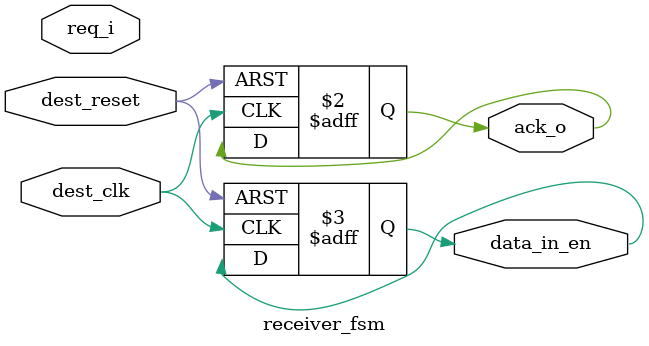
<source format=sv>
module receiver_fsm(
  input   logic dest_clk, dest_reset, // posedge dest_clk and asynchronous posedge dest_reset
  input   logic req_i, // req_i = 1 generated by tx_fsm indicating to receiver_fsm new data req_iuest is available. Also indicating start of 4-phase handshake
                       // req_i = 0 generated by tx_fsm indicating to receiver_fsm that is has transmitted current data or there is no new data to be transmitted
  output  logic ack_o, // ack_o = 1 sent by receiver_fsm to tx_fsm, indicating that it is ack_onowleding the the req_iuest for new data
                       // ack_o = 0 sent by receiver_fsm to tx_fsm, indicating that receiver_fsm has received the new data. Also indicating end of 4-phase handshake.
  output  logic data_in_en // data_in_en = 1 generated by receiver_fsm to enable loading of the incoming data from tx_fsm in destination register
                           // data_in_en = 0 generated by receiver_fsm to disable loading of the incoming data from tx_fsm in destination register
);

// state encoding and state variable
enum logic{
  ACK_REQ_PHASE1  = 1'b0, // FSM state to assert ack_o = 0, data_in_en = 0 and wait for req_i = 1
  ACK_REQ_PHASE2  = 1'b1  // FSM state to assert ack_o = 1, data_in_en = 1 and wait for req_i = 0
} state;


// FSM with single always block for next state, 
// present state flipflop and output logic 
always_ff@(posedge dest_clk, posedge dest_reset) begin
 if(dest_reset) begin
      ack_o <= 0;
      data_in_en <= 0;
      state <= ACK_REQ_PHASE1;
 end
 else begin
  case(state)
     // Wait for req_iuest data coming from tx_fsm until then do not
     // enable loading of data in the data register
     ACK_REQ_PHASE1: begin


        // Student to add code here


     end
     // In response to req_i=1 from tx_fsm, generate ack_o = 1 and enable
     // loading of data in destination register and then wait for req_i = 0
     ACK_REQ_PHASE2: begin


        // Student to add code here


     end
     // In Default state move to IDLE state    
     default: begin
        state <= ACK_REQ_PHASE1;
     end
  endcase
 end
end

endmodule: receiver_fsm


</source>
